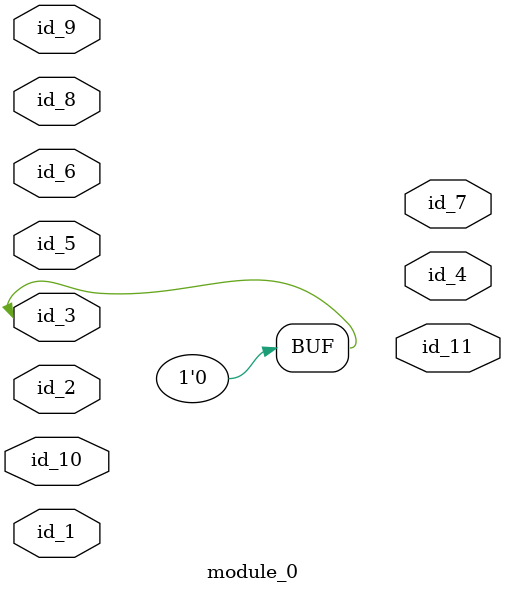
<source format=v>
module module_0 (
    id_1,
    id_2,
    id_3,
    id_4,
    id_5,
    id_6,
    id_7,
    id_8,
    id_9,
    id_10,
    id_11
);
  output id_11;
  inout id_10;
  input id_9;
  input id_8;
  output id_7;
  inout id_6;
  inout id_5;
  output id_4;
  inout id_3;
  inout id_2;
  input id_1;
  assign id_3 = 1 && 1'b0;
endmodule

</source>
